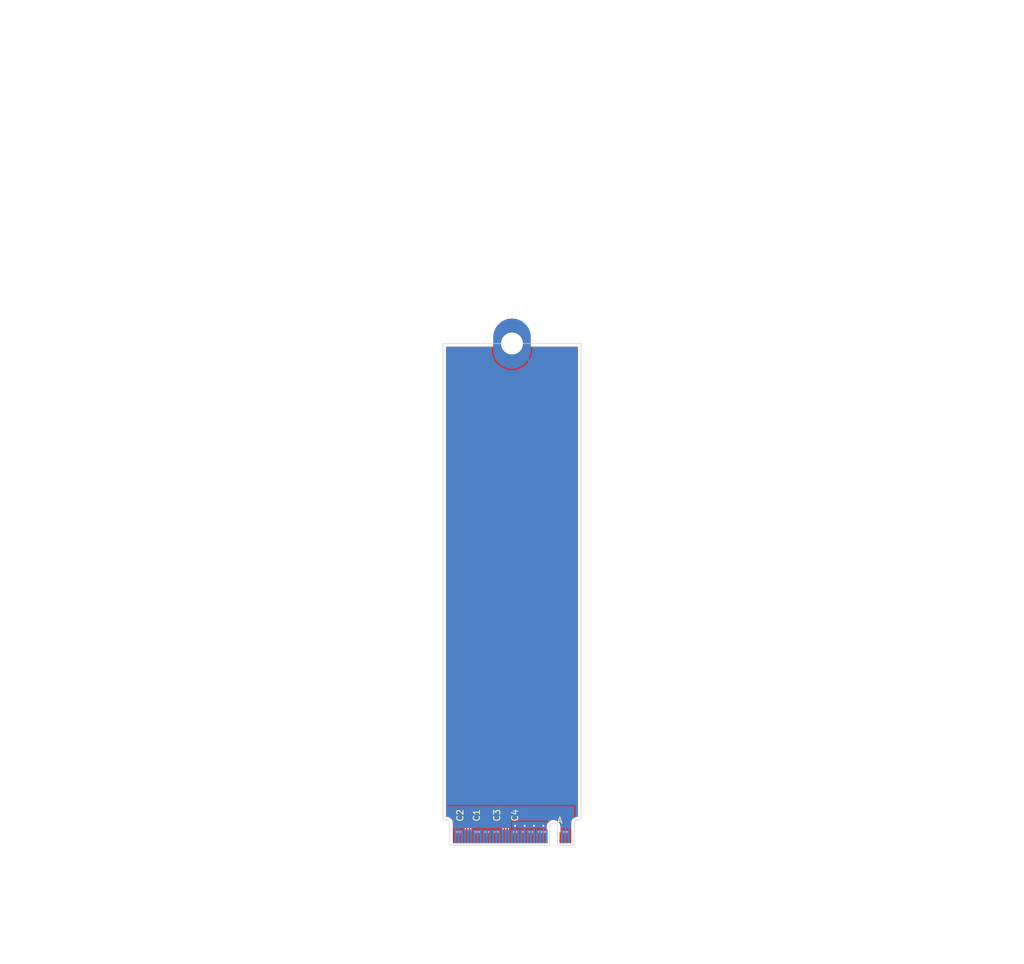
<source format=kicad_pcb>
(kicad_pcb (version 20241229) (generator "pcbnew") (generator_version "9.0")
  (layers (0 "F.Cu" signal) (2 "B.Cu" signal) (13 "F.Paste" user) (15 "B.Paste" user) (5 "F.SilkS" user "F.Silkscreen") (7 "B.SilkS" user "B.Silkscreen") (1 "F.Mask" user) (3 "B.Mask" user) (25 "Edge.Cuts" user))
  (net 0 "")
  (net 1 "GND")
  (net 2 "/M.2 A Key/PET1P")
  (net 3 "/M.2 A Key/PET1N")
  (net 4 "/M.2 A Key/PET0P")
  (net 5 "/M.2 A Key/PET0N")
  (net 6 "/PET1+")
  (net 7 "/PET0-")
  (net 8 "/PET0+")
  (net 9 "/PET1-")
  (net 10 "+3.3V")
  (net 11 "/USB_D+")
  (net 12 "/USB_D-")
  (net 13 "/LED#1")
  (net 14 "/LED#2")
  (net 15 "/DP_MLDIR")
  (net 16 "/DP_ML3-")
  (net 17 "/DP_AUX-")
  (net 18 "/DP_ML3+")
  (net 19 "/DP_AUX+")
  (net 20 "/DP_ML2-")
  (net 21 "/DP_ML1-")
  (net 22 "/DP_ML2+")
  (net 23 "/DP_ML1+")
  (net 24 "/DP_HPD")
  (net 25 "/DP_ML0-")
  (net 26 "/DP_ML0+")
  (net 27 "/PER0-")
  (net 28 "/PER0+")
  (net 34 "/REFCLK0+")
  (net 36 "/REFCLK0-")
  (net 37 "/SUSCLK")
  (net 38 "/PERST0#")
  (net 39 "/CLKREQ0#")
  (net 40 "/W_DISABLE2#")
  (net 41 "/PEWAKE0#")
  (net 42 "/W_DISABLE1#")
  (net 43 "/I2C_DATA")
  (net 44 "/PER1+")
  (net 45 "/I2C_CLK")
  (net 46 "/PER1-")
  (net 47 "/ALERT#")
  (net 49 "/PERST1#")
  (net 50 "/CLKREQ1#")
  (net 51 "/PEWAKE1#")
  (net 52 "/REFCLK1+")
  (net 53 "/REFCLK1-")
  (footprint "Capacitor_SMD:C_0201_0603Metric" (layer "F.Cu") (at 101.864916 155.044 90)
    (property "Reference" "C1" (at 0.005 1.009 90) (layer "F.SilkS"))
    (property "Value" "220nF")
    (pad "1" smd roundrect (at -0.32 0 90) (size 0.46 0.4) (layers "F.Cu" "F.Mask") (net 2 "/M.2 A Key/PET1P"))
    (pad "2" smd roundrect (at 0.32 0 90) (size 0.46 0.4) (layers "F.Cu" "F.Mask") (net 6 "/PET1+"))
  )
  (footprint "PCIexpress:M.2 Mounting Pad" (layer "F.Cu") (at 108.514916 129.79)
    (property "Reference" "H1")
    (property "Value" "MountingHole_Pad")
    (pad "1" thru_hole circle (at 0 -50) (size 5.5 5.5) (drill 3.5) (property pad_prop_castellated) (layers "*.Cu" "*.Mask") (net 1 "GND") (padstack (mode front_inner_back) (layer "Inner" (shape circle) (size 5.5 5.5)) (layer "B.Cu" (shape oval) (size 6 8))))
  )
  (footprint "Capacitor_SMD:C_0201_0603Metric" (layer "F.Cu") (at 101.164916 155.044 90)
    (property "Reference" "C2" (at -0.005 -0.921 90) (layer "F.SilkS"))
    (property "Value" "220nF")
    (pad "1" smd roundrect (at -0.32 0 90) (size 0.46 0.4) (layers "F.Cu" "F.Mask") (net 3 "/M.2 A Key/PET1N"))
    (pad "2" smd roundrect (at 0.32 0 90) (size 0.46 0.4) (layers "F.Cu" "F.Mask") (net 9 "/PET1-"))
  )
  (footprint "Capacitor_SMD:C_0201_0603Metric" (layer "F.Cu") (at 107.864916 155.044 90)
    (property "Reference" "C4" (at 0 1.109 90) (layer "F.SilkS"))
    (property "Value" "220nF")
    (pad "1" smd roundrect (at -0.32 0 90) (size 0.46 0.4) (layers "F.Cu" "F.Mask") (net 4 "/M.2 A Key/PET0P"))
    (pad "2" smd roundrect (at 0.32 0 90) (size 0.46 0.4) (layers "F.Cu" "F.Mask") (net 8 "/PET0+"))
  )
  (footprint "Capacitor_SMD:C_0201_0603Metric" (layer "F.Cu") (at 107.164916 155.044 90)
    (property "Reference" "C3" (at 0 -1.05 90) (layer "F.SilkS"))
    (property "Value" "220nF")
    (pad "1" smd roundrect (at -0.32 0 90) (size 0.46 0.4) (layers "F.Cu" "F.Mask") (net 5 "/M.2 A Key/PET0N"))
    (pad "2" smd roundrect (at 0.32 0 90) (size 0.46 0.4) (layers "F.Cu" "F.Mask") (net 7 "/PET0-"))
  )
  (footprint "PCIexpress:M.2 A Key Connector" (layer "F.Cu") (at 108.514916 158.68)
    (property "Reference" "J1")
    (property "Value" "~")
    (fp_line (start -11 -2.89) (end -10.425 -2.89) (stroke (width 0.1)) (layer "Edge.Cuts"))
    (fp_line (start -9.925 -2.39) (end -9.925 1.11) (stroke (width 0.1)) (layer "Edge.Cuts"))
    (fp_line (start 6.025 -1.79) (end 6.025 1.11) (stroke (width 0.1)) (layer "Edge.Cuts"))
    (fp_line (start 6.025 1.11) (end -9.925 1.11) (stroke (width 0.1)) (layer "Edge.Cuts"))
    (fp_line (start 7.225 -1.79) (end 7.225 1.11) (stroke (width 0.1)) (layer "Edge.Cuts"))
    (fp_line (start 7.225 1.11) (end 9.925 1.11) (stroke (width 0.1)) (layer "Edge.Cuts"))
    (fp_line (start 9.925 -2.39) (end 9.925 1.11) (stroke (width 0.1)) (layer "Edge.Cuts"))
    (fp_line (start 10.425 -2.89) (end 11 -2.89) (stroke (width 0.1)) (layer "Edge.Cuts"))
    (fp_arc (start -10.425 -2.89) (mid -10.071447 -2.743553) (end -9.925 -2.39) (stroke (width 0.1)) (layer "Edge.Cuts"))
    (fp_arc (start 6.025 -1.79) (mid 6.625 -2.39) (end 7.225 -1.79) (stroke (width 0.1)) (layer "Edge.Cuts"))
    (fp_arc (start 9.925 -2.39) (mid 10.071447 -2.743553) (end 10.425 -2.89) (stroke (width 0.1)) (layer "Edge.Cuts"))
    (fp_text user "A" (at 7.1 -2.255 0) (layer "F.SilkS") (effects (justify left bottom)))
    (pad "1" smd rect (at 9.25 -0.04 180) (size 0.35 1.7) (layers "F.Cu") (net 1 "GND"))
    (pad "2" smd rect (at 9 -0.29 180) (size 0.35 2.2) (layers "B.Cu") (net 10 "+3.3V"))
    (pad "3" smd rect (at 8.75 -0.04 180) (size 0.35 1.7) (layers "F.Cu") (net 11 "/USB_D+"))
    (pad "4" smd rect (at 8.5 -0.29 180) (size 0.35 2.2) (layers "B.Cu") (net 10 "+3.3V"))
    (pad "5" smd rect (at 8.25 -0.04 180) (size 0.35 1.7) (layers "F.Cu") (net 12 "/USB_D-"))
    (pad "6" smd rect (at 8 -0.29 180) (size 0.35 2.2) (layers "B.Cu") (net 13 "/LED#1"))
    (pad "7" smd rect (at 7.75 -0.04 180) (size 0.35 1.7) (layers "F.Cu") (net 1 "GND"))
    (pad "16" smd rect (at 5.5 -0.29 180) (size 0.35 2.2) (layers "B.Cu") (net 14 "/LED#2"))
    (pad "17" smd rect (at 5.25 -0.04 180) (size 0.35 1.7) (layers "F.Cu") (net 15 "/DP_MLDIR"))
    (pad "18" smd rect (at 5 -0.29 180) (size 0.35 2.2) (layers "B.Cu") (net 1 "GND"))
    (pad "19" smd rect (at 4.75 -0.04 180) (size 0.35 1.7) (layers "F.Cu") (net 16 "/DP_ML3-"))
    (pad "20" smd rect (at 4.5 -0.29 180) (size 0.35 2.2) (layers "B.Cu") (net 17 "/DP_AUX-"))
    (pad "21" smd rect (at 4.25 -0.04 180) (size 0.35 1.7) (layers "F.Cu") (net 18 "/DP_ML3+"))
    (pad "22" smd rect (at 4 -0.29 180) (size 0.35 2.2) (layers "B.Cu") (net 19 "/DP_AUX+"))
    (pad "23" smd rect (at 3.75 -0.04 180) (size 0.35 1.7) (layers "F.Cu") (net 1 "GND"))
    (pad "24" smd rect (at 3.5 -0.29 180) (size 0.35 2.2) (layers "B.Cu") (net 1 "GND"))
    (pad "25" smd rect (at 3.25 -0.04 180) (size 0.35 1.7) (layers "F.Cu") (net 20 "/DP_ML2-"))
    (pad "26" smd rect (at 3 -0.29 180) (size 0.35 2.2) (layers "B.Cu") (net 21 "/DP_ML1-"))
    (pad "27" smd rect (at 2.75 -0.04 180) (size 0.35 1.7) (layers "F.Cu") (net 22 "/DP_ML2+"))
    (pad "28" smd rect (at 2.5 -0.29 180) (size 0.35 2.2) (layers "B.Cu") (net 23 "/DP_ML1+"))
    (pad "29" smd rect (at 2.25 -0.04 180) (size 0.35 1.7) (layers "F.Cu") (net 1 "GND"))
    (pad "30" smd rect (at 2 -0.29 180) (size 0.35 2.2) (layers "B.Cu") (net 1 "GND"))
    (pad "31" smd rect (at 1.75 -0.04 180) (size 0.35 1.7) (layers "F.Cu") (net 24 "/DP_HPD"))
    (pad "32" smd rect (at 1.5 -0.29 180) (size 0.35 2.2) (layers "B.Cu") (net 25 "/DP_ML0-"))
    (pad "33" smd rect (at 1.25 -0.04 180) (size 0.35 1.7) (layers "F.Cu") (net 1 "GND"))
    (pad "34" smd rect (at 1 -0.29 180) (size 0.35 2.2) (layers "B.Cu") (net 26 "/DP_ML0+"))
    (pad "35" smd rect (at 0.75 -0.04 180) (size 0.35 1.7) (layers "F.Cu") (net 27 "/PER0-"))
    (pad "36" smd rect (at 0.5 -0.29 180) (size 0.35 2.2) (layers "B.Cu") (net 1 "GND"))
    (pad "37" smd rect (at 0.25 -0.04 180) (size 0.35 1.7) (layers "F.Cu") (net 28 "/PER0+"))
    (pad "38" smd rect (at 0 -0.29 180) (size 0.35 2.2) (layers "B.Cu"))
    (pad "39" smd rect (at -0.25 -0.04 180) (size 0.35 1.7) (layers "F.Cu") (net 1 "GND"))
    (pad "40" smd rect (at -0.5 -0.29 180) (size 0.35 2.2) (layers "B.Cu"))
    (pad "41" smd rect (at -0.75 -0.04 180) (size 0.35 1.7) (layers "F.Cu") (net 4 "/M.2 A Key/PET0P"))
    (pad "42" smd rect (at -1 -0.29 180) (size 0.35 2.2) (layers "B.Cu"))
    (pad "43" smd rect (at -1.25 -0.04 180) (size 0.35 1.7) (layers "F.Cu") (net 5 "/M.2 A Key/PET0N"))
    (pad "44" smd rect (at -1.5 -0.29 180) (size 0.35 2.2) (layers "B.Cu"))
    (pad "45" smd rect (at -1.75 -0.04 180) (size 0.35 1.7) (layers "F.Cu") (net 1 "GND"))
    (pad "46" smd rect (at -2 -0.29 180) (size 0.35 2.2) (layers "B.Cu"))
    (pad "47" smd rect (at -2.25 -0.04 180) (size 0.35 1.7) (layers "F.Cu") (net 34 "/REFCLK0+"))
    (pad "48" smd rect (at -2.5 -0.29 180) (size 0.35 2.2) (layers "B.Cu"))
    (pad "49" smd rect (at -2.75 -0.04 180) (size 0.35 1.7) (layers "F.Cu") (net 36 "/REFCLK0-"))
    (pad "50" smd rect (at -3 -0.29 180) (size 0.35 2.2) (layers "B.Cu") (net 37 "/SUSCLK"))
    (pad "51" smd rect (at -3.25 -0.04 180) (size 0.35 1.7) (layers "F.Cu") (net 1 "GND"))
    (pad "52" smd rect (at -3.5 -0.29 180) (size 0.35 2.2) (layers "B.Cu") (net 38 "/PERST0#"))
    (pad "53" smd rect (at -3.75 -0.04 180) (size 0.35 1.7) (layers "F.Cu") (net 39 "/CLKREQ0#"))
    (pad "54" smd rect (at -4 -0.29 180) (size 0.35 2.2) (layers "B.Cu") (net 40 "/W_DISABLE2#"))
    (pad "55" smd rect (at -4.25 -0.04 180) (size 0.35 1.7) (layers "F.Cu") (net 41 "/PEWAKE0#"))
    (pad "56" smd rect (at -4.5 -0.29 180) (size 0.35 2.2) (layers "B.Cu") (net 42 "/W_DISABLE1#"))
    (pad "57" smd rect (at -4.75 -0.04 180) (size 0.35 1.7) (layers "F.Cu") (net 1 "GND"))
    (pad "58" smd rect (at -5 -0.29 180) (size 0.35 2.2) (layers "B.Cu") (net 43 "/I2C_DATA"))
    (pad "59" smd rect (at -5.25 -0.04 180) (size 0.35 1.7) (layers "F.Cu") (net 44 "/PER1+"))
    (pad "60" smd rect (at -5.5 -0.29 180) (size 0.35 2.2) (layers "B.Cu") (net 45 "/I2C_CLK"))
    (pad "61" smd rect (at -5.75 -0.04 180) (size 0.35 1.7) (layers "F.Cu") (net 46 "/PER1-"))
    (pad "62" smd rect (at -6 -0.29 180) (size 0.35 2.2) (layers "B.Cu") (net 47 "/ALERT#"))
    (pad "63" smd rect (at -6.25 -0.04 180) (size 0.35 1.7) (layers "F.Cu") (net 1 "GND"))
    (pad "64" smd rect (at -6.5 -0.29 180) (size 0.35 2.2) (layers "B.Cu"))
    (pad "65" smd rect (at -6.75 -0.04 180) (size 0.35 1.7) (layers "F.Cu") (net 2 "/M.2 A Key/PET1P"))
    (pad "66" smd rect (at -7 -0.29 180) (size 0.35 2.2) (layers "B.Cu") (net 49 "/PERST1#"))
    (pad "67" smd rect (at -7.25 -0.04 180) (size 0.35 1.7) (layers "F.Cu") (net 3 "/M.2 A Key/PET1N"))
    (pad "68" smd rect (at -7.5 -0.29 180) (size 0.35 2.2) (layers "B.Cu") (net 50 "/CLKREQ1#"))
    (pad "69" smd rect (at -7.75 -0.04 180) (size 0.35 1.7) (layers "F.Cu") (net 1 "GND"))
    (pad "70" smd rect (at -8 -0.29 180) (size 0.35 2.2) (layers "B.Cu") (net 51 "/PEWAKE1#"))
    (pad "71" smd rect (at -8.25 -0.04 180) (size 0.35 1.7) (layers "F.Cu") (net 52 "/REFCLK1+"))
    (pad "72" smd rect (at -8.5 -0.29 180) (size 0.35 2.2) (layers "B.Cu") (net 10 "+3.3V"))
    (pad "73" smd rect (at -8.75 -0.04 180) (size 0.35 1.7) (layers "F.Cu") (net 53 "/REFCLK1-"))
    (pad "74" smd rect (at -9 -0.29 180) (size 0.35 2.2) (layers "B.Cu") (net 10 "+3.3V"))
    (pad "75" smd rect (at -9.25 -0.04 180) (size 0.35 1.7) (layers "F.Cu") (net 1 "GND"))
  )
  (gr_line (start 97.514916 79.79) (end 97.514916 155.79) (stroke (width 0.1)) (layer "Edge.Cuts"))
  (gr_line (start 119.514916 155.79) (end 119.514916 79.79) (stroke (width 0.1)) (layer "Edge.Cuts"))
  (gr_line (start 119.514916 79.79) (end 97.514916 79.79) (stroke (width 0.1)) (layer "Edge.Cuts"))
  (via (at 109.014916 156.709) (size 0.6) (drill 0.3) (layers "F.Cu" "B.Cu") (net 1))
  (via (at 113.514916 156.709) (size 0.6) (drill 0.3) (layers "F.Cu" "B.Cu") (net 1))
  (via (at 110.514916 156.709) (size 0.6) (drill 0.3) (layers "F.Cu" "B.Cu") (net 1))
  (via (at 112.014916 156.709) (size 0.6) (drill 0.3) (layers "F.Cu" "B.Cu") (net 1))
  (segment (start 101.739916 157.339999) (end 101.739916 155.834001) (width 0.2) (layer "F.Cu") (net 2))
  (segment (start 101.739916 155.834001) (end 101.864916 155.709001) (width 0.2) (layer "F.Cu") (net 2))
  (segment (start 101.764916 158.64) (end 101.764916 157.364999) (width 0.2) (layer "F.Cu") (net 2))
  (segment (start 101.764916 157.364999) (end 101.739916 157.339999) (width 0.2) (layer "F.Cu") (net 2))
  (segment (start 101.864916 155.709001) (end 101.864916 155.364) (width 0.2) (layer "F.Cu") (net 2))
  (segment (start 101.264916 157.364999) (end 101.289916 157.339999) (width 0.2) (layer "F.Cu") (net 3))
  (segment (start 101.264916 158.64) (end 101.264916 157.364999) (width 0.2) (layer "F.Cu") (net 3))
  (segment (start 101.289916 155.834001) (end 101.164916 155.709001) (width 0.2) (layer "F.Cu") (net 3))
  (segment (start 101.164916 155.709001) (end 101.164916 155.364) (width 0.2) (layer "F.Cu") (net 3))
  (segment (start 101.289916 157.339999) (end 101.289916 155.834001) (width 0.2) (layer "F.Cu") (net 3))
  (segment (start 107.864916 155.709001) (end 107.864916 155.364) (width 0.2) (layer "F.Cu") (net 4))
  (segment (start 107.739916 155.834001) (end 107.864916 155.709001) (width 0.2) (layer "F.Cu") (net 4))
  (segment (start 107.739916 157.339999) (end 107.739916 155.834001) (width 0.2) (layer "F.Cu") (net 4))
  (segment (start 107.764916 158.64) (end 107.764916 157.364999) (width 0.2) (layer "F.Cu") (net 4))
  (segment (start 107.764916 157.364999) (end 107.739916 157.339999) (width 0.2) (layer "F.Cu") (net 4))
  (segment (start 107.264916 157.364999) (end 107.289916 157.339999) (width 0.2) (layer "F.Cu") (net 5))
  (segment (start 107.289916 157.339999) (end 107.289916 155.834001) (width 0.2) (layer "F.Cu") (net 5))
  (segment (start 107.164916 155.709001) (end 107.164916 155.364) (width 0.2) (layer "F.Cu") (net 5))
  (segment (start 107.289916 155.834001) (end 107.164916 155.709001) (width 0.2) (layer "F.Cu") (net 5))
  (segment (start 107.264916 158.64) (end 107.264916 157.364999) (width 0.2) (layer "F.Cu") (net 5))
  (zone (net 1) (net_name "GND") (layers "F.Cu" "B.Cu") (connect_pads (clearance 0.2)) (min_thickness 0.15) (fill yes (thermal_gap 0.25) (thermal_bridge_width 0.35))
    (polygon (pts (xy 97.511994 79.794) (xy 119.511994 79.794) (xy 119.515 157.98) (xy 97.515 157.98)))
  )
  (zone (net 10) (net_name "+3.3V") (layer "B.Cu") (priority 1) (connect_pads (clearance 0.2)) (min_thickness 0.1) (fill yes (thermal_gap 0.2) (thermal_bridge_width 0.25))
    (polygon (pts (xy 118.433916 157.974) (xy 118.433916 153.609) (xy 118.418916 153.594) (xy 97.963916 153.594) (xy 97.963916 158.224) (xy 118.183916 158.224)))
  )
  (zone (net 1) (net_name "GND") (layer "B.Cu") (priority 2) (connect_pads (clearance 0.2)) (min_thickness 0.15) (fill yes (thermal_gap 0.25) (thermal_bridge_width 0.35))
    (polygon (pts (xy 108.523916 157.094) (xy 108.523916 156.069) (xy 114.078916 156.069) (xy 114.078916 157.094)))
  )
)
</source>
